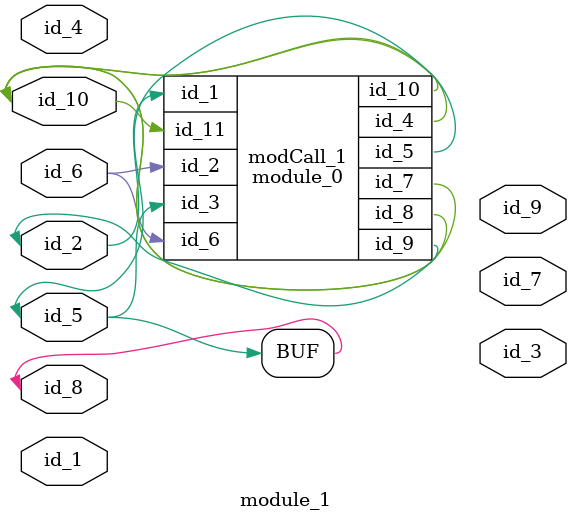
<source format=v>
module module_0 (
    id_1,
    id_2,
    id_3,
    id_4,
    id_5,
    id_6,
    id_7,
    id_8,
    id_9,
    id_10,
    id_11
);
  input wire id_11;
  inout wire id_10;
  inout wire id_9;
  output wire id_8;
  inout wire id_7;
  input wire id_6;
  output wire id_5;
  inout wire id_4;
  input wire id_3;
  input wire id_2;
  input wire id_1;
  assign id_9 = id_4;
endmodule
module module_1 (
    id_1,
    id_2,
    id_3,
    id_4,
    id_5,
    id_6,
    id_7,
    id_8,
    id_9,
    id_10
);
  inout wire id_10;
  output wire id_9;
  inout wire id_8;
  output wire id_7;
  inout wire id_6;
  inout wire id_5;
  inout wire id_4;
  output wire id_3;
  inout wire id_2;
  input wire id_1;
  module_0 modCall_1 (
      id_2,
      id_6,
      id_5,
      id_10,
      id_5,
      id_6,
      id_10,
      id_10,
      id_2,
      id_10,
      id_10
  );
  assign id_8 = id_5;
endmodule

</source>
